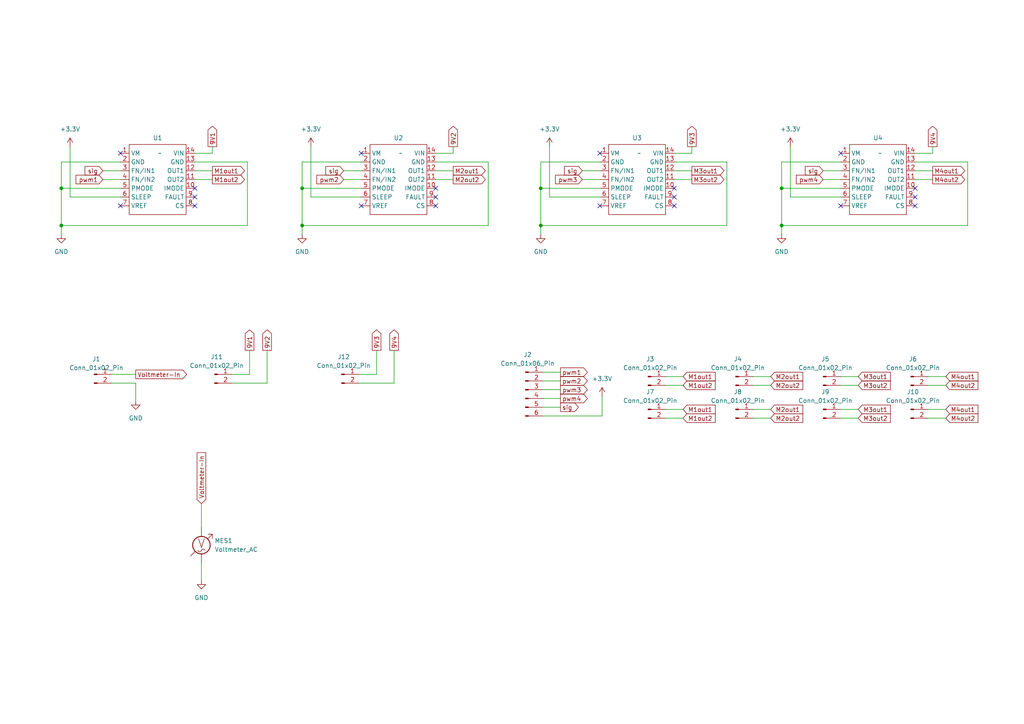
<source format=kicad_sch>
(kicad_sch (version 20230121) (generator eeschema)

  (uuid 25e0534d-ba76-43e4-bb11-7f403105c2c2)

  (paper "A4")

  (lib_symbols
    (symbol "Connector:Conn_01x02_Pin" (pin_names (offset 1.016) hide) (in_bom yes) (on_board yes)
      (property "Reference" "J" (at 0 2.54 0)
        (effects (font (size 1.27 1.27)))
      )
      (property "Value" "Conn_01x02_Pin" (at 0 -5.08 0)
        (effects (font (size 1.27 1.27)))
      )
      (property "Footprint" "" (at 0 0 0)
        (effects (font (size 1.27 1.27)) hide)
      )
      (property "Datasheet" "~" (at 0 0 0)
        (effects (font (size 1.27 1.27)) hide)
      )
      (property "ki_locked" "" (at 0 0 0)
        (effects (font (size 1.27 1.27)))
      )
      (property "ki_keywords" "connector" (at 0 0 0)
        (effects (font (size 1.27 1.27)) hide)
      )
      (property "ki_description" "Generic connector, single row, 01x02, script generated" (at 0 0 0)
        (effects (font (size 1.27 1.27)) hide)
      )
      (property "ki_fp_filters" "Connector*:*_1x??_*" (at 0 0 0)
        (effects (font (size 1.27 1.27)) hide)
      )
      (symbol "Conn_01x02_Pin_1_1"
        (polyline
          (pts
            (xy 1.27 -2.54)
            (xy 0.8636 -2.54)
          )
          (stroke (width 0.1524) (type default))
          (fill (type none))
        )
        (polyline
          (pts
            (xy 1.27 0)
            (xy 0.8636 0)
          )
          (stroke (width 0.1524) (type default))
          (fill (type none))
        )
        (rectangle (start 0.8636 -2.413) (end 0 -2.667)
          (stroke (width 0.1524) (type default))
          (fill (type outline))
        )
        (rectangle (start 0.8636 0.127) (end 0 -0.127)
          (stroke (width 0.1524) (type default))
          (fill (type outline))
        )
        (pin passive line (at 5.08 0 180) (length 3.81)
          (name "Pin_1" (effects (font (size 1.27 1.27))))
          (number "1" (effects (font (size 1.27 1.27))))
        )
        (pin passive line (at 5.08 -2.54 180) (length 3.81)
          (name "Pin_2" (effects (font (size 1.27 1.27))))
          (number "2" (effects (font (size 1.27 1.27))))
        )
      )
    )
    (symbol "Connector:Conn_01x06_Pin" (pin_names (offset 1.016) hide) (in_bom yes) (on_board yes)
      (property "Reference" "J" (at 0 7.62 0)
        (effects (font (size 1.27 1.27)))
      )
      (property "Value" "Conn_01x06_Pin" (at 0 -10.16 0)
        (effects (font (size 1.27 1.27)))
      )
      (property "Footprint" "" (at 0 0 0)
        (effects (font (size 1.27 1.27)) hide)
      )
      (property "Datasheet" "~" (at 0 0 0)
        (effects (font (size 1.27 1.27)) hide)
      )
      (property "ki_locked" "" (at 0 0 0)
        (effects (font (size 1.27 1.27)))
      )
      (property "ki_keywords" "connector" (at 0 0 0)
        (effects (font (size 1.27 1.27)) hide)
      )
      (property "ki_description" "Generic connector, single row, 01x06, script generated" (at 0 0 0)
        (effects (font (size 1.27 1.27)) hide)
      )
      (property "ki_fp_filters" "Connector*:*_1x??_*" (at 0 0 0)
        (effects (font (size 1.27 1.27)) hide)
      )
      (symbol "Conn_01x06_Pin_1_1"
        (polyline
          (pts
            (xy 1.27 -7.62)
            (xy 0.8636 -7.62)
          )
          (stroke (width 0.1524) (type default))
          (fill (type none))
        )
        (polyline
          (pts
            (xy 1.27 -5.08)
            (xy 0.8636 -5.08)
          )
          (stroke (width 0.1524) (type default))
          (fill (type none))
        )
        (polyline
          (pts
            (xy 1.27 -2.54)
            (xy 0.8636 -2.54)
          )
          (stroke (width 0.1524) (type default))
          (fill (type none))
        )
        (polyline
          (pts
            (xy 1.27 0)
            (xy 0.8636 0)
          )
          (stroke (width 0.1524) (type default))
          (fill (type none))
        )
        (polyline
          (pts
            (xy 1.27 2.54)
            (xy 0.8636 2.54)
          )
          (stroke (width 0.1524) (type default))
          (fill (type none))
        )
        (polyline
          (pts
            (xy 1.27 5.08)
            (xy 0.8636 5.08)
          )
          (stroke (width 0.1524) (type default))
          (fill (type none))
        )
        (rectangle (start 0.8636 -7.493) (end 0 -7.747)
          (stroke (width 0.1524) (type default))
          (fill (type outline))
        )
        (rectangle (start 0.8636 -4.953) (end 0 -5.207)
          (stroke (width 0.1524) (type default))
          (fill (type outline))
        )
        (rectangle (start 0.8636 -2.413) (end 0 -2.667)
          (stroke (width 0.1524) (type default))
          (fill (type outline))
        )
        (rectangle (start 0.8636 0.127) (end 0 -0.127)
          (stroke (width 0.1524) (type default))
          (fill (type outline))
        )
        (rectangle (start 0.8636 2.667) (end 0 2.413)
          (stroke (width 0.1524) (type default))
          (fill (type outline))
        )
        (rectangle (start 0.8636 5.207) (end 0 4.953)
          (stroke (width 0.1524) (type default))
          (fill (type outline))
        )
        (pin passive line (at 5.08 5.08 180) (length 3.81)
          (name "Pin_1" (effects (font (size 1.27 1.27))))
          (number "1" (effects (font (size 1.27 1.27))))
        )
        (pin passive line (at 5.08 2.54 180) (length 3.81)
          (name "Pin_2" (effects (font (size 1.27 1.27))))
          (number "2" (effects (font (size 1.27 1.27))))
        )
        (pin passive line (at 5.08 0 180) (length 3.81)
          (name "Pin_3" (effects (font (size 1.27 1.27))))
          (number "3" (effects (font (size 1.27 1.27))))
        )
        (pin passive line (at 5.08 -2.54 180) (length 3.81)
          (name "Pin_4" (effects (font (size 1.27 1.27))))
          (number "4" (effects (font (size 1.27 1.27))))
        )
        (pin passive line (at 5.08 -5.08 180) (length 3.81)
          (name "Pin_5" (effects (font (size 1.27 1.27))))
          (number "5" (effects (font (size 1.27 1.27))))
        )
        (pin passive line (at 5.08 -7.62 180) (length 3.81)
          (name "Pin_6" (effects (font (size 1.27 1.27))))
          (number "6" (effects (font (size 1.27 1.27))))
        )
      )
    )
    (symbol "Device:Voltmeter_AC" (pin_numbers hide) (pin_names (offset 0.0254) hide) (in_bom yes) (on_board yes)
      (property "Reference" "MES" (at -3.302 1.016 0)
        (effects (font (size 1.27 1.27)) (justify right))
      )
      (property "Value" "Voltmeter_AC" (at -3.302 -0.762 0)
        (effects (font (size 1.27 1.27)) (justify right))
      )
      (property "Footprint" "" (at 0 2.54 90)
        (effects (font (size 1.27 1.27)) hide)
      )
      (property "Datasheet" "~" (at 0 2.54 90)
        (effects (font (size 1.27 1.27)) hide)
      )
      (property "ki_keywords" "voltmeter AC" (at 0 0 0)
        (effects (font (size 1.27 1.27)) hide)
      )
      (property "ki_description" "AC voltmeter" (at 0 0 0)
        (effects (font (size 1.27 1.27)) hide)
      )
      (symbol "Voltmeter_AC_0_0"
        (polyline
          (pts
            (xy -3.175 -3.175)
            (xy -1.905 -1.905)
          )
          (stroke (width 0) (type default))
          (fill (type none))
        )
        (polyline
          (pts
            (xy 1.905 1.905)
            (xy 3.175 3.175)
          )
          (stroke (width 0) (type default))
          (fill (type none))
        )
        (polyline
          (pts
            (xy 1.905 3.175)
            (xy 3.175 3.175)
            (xy 3.175 1.905)
          )
          (stroke (width 0) (type default))
          (fill (type none))
        )
        (text "V" (at 0 0.508 0)
          (effects (font (size 2.54 2.54)))
        )
      )
      (symbol "Voltmeter_AC_0_1"
        (arc (start -1.016 -1.524) (mid -0.508 -1.902) (end 0 -1.524)
          (stroke (width 0) (type default))
          (fill (type none))
        )
        (circle (center 0 0) (radius 2.54)
          (stroke (width 0.254) (type default))
          (fill (type none))
        )
        (arc (start 1.016 -1.524) (mid 0.508 -1.1274) (end 0 -1.524)
          (stroke (width 0) (type default))
          (fill (type none))
        )
      )
      (symbol "Voltmeter_AC_1_1"
        (pin passive line (at 0 -5.08 90) (length 2.54)
          (name "~" (effects (font (size 1.27 1.27))))
          (number "1" (effects (font (size 1.27 1.27))))
        )
        (pin passive line (at 0 5.08 270) (length 2.54)
          (name "~" (effects (font (size 1.27 1.27))))
          (number "2" (effects (font (size 1.27 1.27))))
        )
      )
    )
    (symbol "power:+3.3V" (power) (pin_names (offset 0)) (in_bom yes) (on_board yes)
      (property "Reference" "#PWR" (at 0 -3.81 0)
        (effects (font (size 1.27 1.27)) hide)
      )
      (property "Value" "+3.3V" (at 0 3.556 0)
        (effects (font (size 1.27 1.27)))
      )
      (property "Footprint" "" (at 0 0 0)
        (effects (font (size 1.27 1.27)) hide)
      )
      (property "Datasheet" "" (at 0 0 0)
        (effects (font (size 1.27 1.27)) hide)
      )
      (property "ki_keywords" "global power" (at 0 0 0)
        (effects (font (size 1.27 1.27)) hide)
      )
      (property "ki_description" "Power symbol creates a global label with name \"+3.3V\"" (at 0 0 0)
        (effects (font (size 1.27 1.27)) hide)
      )
      (symbol "+3.3V_0_1"
        (polyline
          (pts
            (xy -0.762 1.27)
            (xy 0 2.54)
          )
          (stroke (width 0) (type default))
          (fill (type none))
        )
        (polyline
          (pts
            (xy 0 0)
            (xy 0 2.54)
          )
          (stroke (width 0) (type default))
          (fill (type none))
        )
        (polyline
          (pts
            (xy 0 2.54)
            (xy 0.762 1.27)
          )
          (stroke (width 0) (type default))
          (fill (type none))
        )
      )
      (symbol "+3.3V_1_1"
        (pin power_in line (at 0 0 90) (length 0) hide
          (name "+3.3V" (effects (font (size 1.27 1.27))))
          (number "1" (effects (font (size 1.27 1.27))))
        )
      )
    )
    (symbol "power:GND" (power) (pin_names (offset 0)) (in_bom yes) (on_board yes)
      (property "Reference" "#PWR" (at 0 -6.35 0)
        (effects (font (size 1.27 1.27)) hide)
      )
      (property "Value" "GND" (at 0 -3.81 0)
        (effects (font (size 1.27 1.27)))
      )
      (property "Footprint" "" (at 0 0 0)
        (effects (font (size 1.27 1.27)) hide)
      )
      (property "Datasheet" "" (at 0 0 0)
        (effects (font (size 1.27 1.27)) hide)
      )
      (property "ki_keywords" "global power" (at 0 0 0)
        (effects (font (size 1.27 1.27)) hide)
      )
      (property "ki_description" "Power symbol creates a global label with name \"GND\" , ground" (at 0 0 0)
        (effects (font (size 1.27 1.27)) hide)
      )
      (symbol "GND_0_1"
        (polyline
          (pts
            (xy 0 0)
            (xy 0 -1.27)
            (xy 1.27 -1.27)
            (xy 0 -2.54)
            (xy -1.27 -1.27)
            (xy 0 -1.27)
          )
          (stroke (width 0) (type default))
          (fill (type none))
        )
      )
      (symbol "GND_1_1"
        (pin power_in line (at 0 0 270) (length 0) hide
          (name "GND" (effects (font (size 1.27 1.27))))
          (number "1" (effects (font (size 1.27 1.27))))
        )
      )
    )
    (symbol "sunpare2023:drv8874" (in_bom yes) (on_board yes)
      (property "Reference" "U" (at 0 12.7 0)
        (effects (font (size 1.27 1.27)))
      )
      (property "Value" "" (at 0 7.62 0)
        (effects (font (size 1.27 1.27)))
      )
      (property "Footprint" "" (at 0 7.62 0)
        (effects (font (size 1.27 1.27)) hide)
      )
      (property "Datasheet" "" (at 0 7.62 0)
        (effects (font (size 1.27 1.27)) hide)
      )
      (symbol "drv8874_0_1"
        (rectangle (start -8.89 10.16) (end 7.62 -10.16)
          (stroke (width 0) (type default))
          (fill (type none))
        )
      )
      (symbol "drv8874_1_1"
        (pin passive line (at -11.43 7.62 0) (length 2.54)
          (name "VM" (effects (font (size 1.27 1.27))))
          (number "1" (effects (font (size 1.27 1.27))))
        )
        (pin passive line (at 10.16 -2.54 180) (length 2.54)
          (name "IMODE" (effects (font (size 1.27 1.27))))
          (number "10" (effects (font (size 1.27 1.27))))
        )
        (pin passive line (at 10.16 0 180) (length 2.54)
          (name "OUT2" (effects (font (size 1.27 1.27))))
          (number "11" (effects (font (size 1.27 1.27))))
        )
        (pin passive line (at 10.16 2.54 180) (length 2.54)
          (name "OUT1" (effects (font (size 1.27 1.27))))
          (number "12" (effects (font (size 1.27 1.27))))
        )
        (pin passive line (at 10.16 5.08 180) (length 2.54)
          (name "GND" (effects (font (size 1.27 1.27))))
          (number "13" (effects (font (size 1.27 1.27))))
        )
        (pin passive line (at 10.16 7.62 180) (length 2.54)
          (name "VIN" (effects (font (size 1.27 1.27))))
          (number "14" (effects (font (size 1.27 1.27))))
        )
        (pin passive line (at -11.43 5.08 0) (length 2.54)
          (name "GND" (effects (font (size 1.27 1.27))))
          (number "2" (effects (font (size 1.27 1.27))))
        )
        (pin passive line (at -11.43 2.54 0) (length 2.54)
          (name "FN/IN1" (effects (font (size 1.27 1.27))))
          (number "3" (effects (font (size 1.27 1.27))))
        )
        (pin passive line (at -11.43 0 0) (length 2.54)
          (name "FN/IN2" (effects (font (size 1.27 1.27))))
          (number "4" (effects (font (size 1.27 1.27))))
        )
        (pin passive line (at -11.43 -2.54 0) (length 2.54)
          (name "PMODE" (effects (font (size 1.27 1.27))))
          (number "5" (effects (font (size 1.27 1.27))))
        )
        (pin passive line (at -11.43 -5.08 0) (length 2.54)
          (name "SLEEP" (effects (font (size 1.27 1.27))))
          (number "6" (effects (font (size 1.27 1.27))))
        )
        (pin passive line (at -11.43 -7.62 0) (length 2.54)
          (name "VREF" (effects (font (size 1.27 1.27))))
          (number "7" (effects (font (size 1.27 1.27))))
        )
        (pin passive line (at 10.16 -7.62 180) (length 2.54)
          (name "CS" (effects (font (size 1.27 1.27))))
          (number "8" (effects (font (size 1.27 1.27))))
        )
        (pin passive line (at 10.16 -5.08 180) (length 2.54)
          (name "FAULT" (effects (font (size 1.27 1.27))))
          (number "9" (effects (font (size 1.27 1.27))))
        )
      )
    )
  )

  (junction (at 17.78 54.61) (diameter 0) (color 0 0 0 0)
    (uuid 1bf1f4de-8b9c-440f-90a2-2403b6f288b7)
  )
  (junction (at 87.63 65.405) (diameter 0) (color 0 0 0 0)
    (uuid 2ee8f792-bea8-44c2-8cfe-da1a12da8dd8)
  )
  (junction (at 17.78 65.405) (diameter 0) (color 0 0 0 0)
    (uuid 4b64414c-0ff0-4cec-b830-3cddd01061a4)
  )
  (junction (at 226.695 54.61) (diameter 0) (color 0 0 0 0)
    (uuid 5c370377-de28-4f70-9532-77534e0edb59)
  )
  (junction (at 87.63 54.61) (diameter 0) (color 0 0 0 0)
    (uuid 77a720f9-bd99-470a-b382-3fc4193a028d)
  )
  (junction (at 156.845 65.405) (diameter 0) (color 0 0 0 0)
    (uuid e53ad14a-3e29-4312-be2c-df4bf0df322f)
  )
  (junction (at 226.695 65.405) (diameter 0) (color 0 0 0 0)
    (uuid e800172c-5254-4b26-8e98-9704ec209bf2)
  )
  (junction (at 156.845 54.61) (diameter 0) (color 0 0 0 0)
    (uuid f4cb2bf9-07f1-4ac7-98c8-9d84ff3bc767)
  )

  (no_connect (at 126.365 54.61) (uuid 0a1f7684-6653-4f6d-b023-cbbd5fa87b51))
  (no_connect (at 56.515 54.61) (uuid 0cb00465-e35a-4335-9c6c-7b3f9015428d))
  (no_connect (at 56.515 59.69) (uuid 22d76f47-17bb-45a4-a495-183c63a37e75))
  (no_connect (at 265.43 57.15) (uuid 2422c86c-2e01-4fdb-aabf-0ba3f7bcc944))
  (no_connect (at 243.84 44.45) (uuid 2de129c6-4f8e-4675-9e7f-c59bf5b7680f))
  (no_connect (at 195.58 57.15) (uuid 48275501-68c0-4da6-ae7a-6784f560bd2d))
  (no_connect (at 265.43 59.69) (uuid 5374c42f-a5d9-4599-a660-72b52f2a8a28))
  (no_connect (at 56.515 57.15) (uuid 7445afe0-82c6-42fa-9568-7885ff539853))
  (no_connect (at 34.925 44.45) (uuid 8206ad30-c166-436b-b798-7a79f504a6db))
  (no_connect (at 173.99 59.69) (uuid 87712253-f3b2-42ba-9c18-5cbd2678c0c4))
  (no_connect (at 173.99 44.45) (uuid 8ad4233b-b455-447e-891d-b30375961abe))
  (no_connect (at 126.365 57.15) (uuid 922e7920-f2b8-4039-bcee-1e3f1f0824d6))
  (no_connect (at 243.84 59.69) (uuid 9b71e608-c388-49b3-a9f7-60f97f168ef1))
  (no_connect (at 104.775 59.69) (uuid a46f0549-77ae-4345-9427-e3f25dd13048))
  (no_connect (at 126.365 59.69) (uuid afc978ec-03e4-41a9-b731-daec036cbc16))
  (no_connect (at 34.925 59.69) (uuid bc8cdf0a-fc6a-42e1-bf4e-5a788ea8cdf4))
  (no_connect (at 195.58 54.61) (uuid c10eaaaf-95ac-480a-99a7-c0da7050b1a6))
  (no_connect (at 265.43 54.61) (uuid c939b308-c204-4daa-9d2b-4da9612c8ff5))
  (no_connect (at 104.775 44.45) (uuid d9f1f85a-9c26-461d-9b60-669b4b739465))
  (no_connect (at 195.58 59.69) (uuid e9c7ada0-1605-4ff2-b0ac-4a2c30d02a14))

  (wire (pts (xy 157.48 120.65) (xy 174.625 120.65))
    (stroke (width 0) (type default))
    (uuid 03b1ba38-3f38-4df3-82b6-0e31b0c64335)
  )
  (wire (pts (xy 87.63 65.405) (xy 87.63 67.945))
    (stroke (width 0) (type default))
    (uuid 05501d30-d5f1-43db-b7f8-a704ce3f1ef4)
  )
  (wire (pts (xy 270.51 49.53) (xy 265.43 49.53))
    (stroke (width 0) (type default))
    (uuid 09842c61-3f28-4b15-b3dc-f3f8c3c935ab)
  )
  (wire (pts (xy 198.12 121.285) (xy 193.04 121.285))
    (stroke (width 0) (type default))
    (uuid 0d44a0ee-27ff-4e23-bc10-721d9449e128)
  )
  (wire (pts (xy 248.92 109.22) (xy 243.84 109.22))
    (stroke (width 0) (type default))
    (uuid 0d85d776-5dcf-4ffc-8a39-4a56ff2f67f3)
  )
  (wire (pts (xy 20.32 42.545) (xy 20.32 57.15))
    (stroke (width 0) (type default))
    (uuid 0e216629-2a70-4701-b22e-b8a702386cf0)
  )
  (wire (pts (xy 104.14 108.585) (xy 109.22 108.585))
    (stroke (width 0) (type default))
    (uuid 1414df9f-34f5-485d-9348-34e184be1647)
  )
  (wire (pts (xy 67.31 108.585) (xy 72.39 108.585))
    (stroke (width 0) (type default))
    (uuid 14fdc2f8-c102-470e-b00d-e10a4150c0b6)
  )
  (wire (pts (xy 72.39 101.6) (xy 72.39 108.585))
    (stroke (width 0) (type default))
    (uuid 16adf200-2717-4aa0-b078-f91b89b1d9c3)
  )
  (wire (pts (xy 226.695 65.405) (xy 280.67 65.405))
    (stroke (width 0) (type default))
    (uuid 17b23324-4883-4205-acf3-5060006e4527)
  )
  (wire (pts (xy 223.52 111.76) (xy 218.44 111.76))
    (stroke (width 0) (type default))
    (uuid 1862c4e1-ecfc-41c9-ac09-e4f73d2dfe8a)
  )
  (wire (pts (xy 131.445 49.53) (xy 126.365 49.53))
    (stroke (width 0) (type default))
    (uuid 1d3c0ca3-00e0-46ee-8e9d-431930cbef2f)
  )
  (wire (pts (xy 61.595 42.545) (xy 61.595 44.45))
    (stroke (width 0) (type default))
    (uuid 1f1c209b-eb45-4616-9452-2666ee24fe36)
  )
  (wire (pts (xy 223.52 121.285) (xy 218.44 121.285))
    (stroke (width 0) (type default))
    (uuid 24ed9fc4-5342-41dd-a067-051b969209f9)
  )
  (wire (pts (xy 126.365 46.99) (xy 141.605 46.99))
    (stroke (width 0) (type default))
    (uuid 29c38fc4-4162-451f-9e6b-abba6311e93e)
  )
  (wire (pts (xy 58.42 163.195) (xy 58.42 168.275))
    (stroke (width 0) (type default))
    (uuid 2c249a5f-9788-4c49-9960-a23976e98980)
  )
  (wire (pts (xy 243.84 52.07) (xy 238.76 52.07))
    (stroke (width 0) (type default))
    (uuid 2c6c9637-df65-43f5-aa08-90d94b688b2a)
  )
  (wire (pts (xy 87.63 46.99) (xy 87.63 54.61))
    (stroke (width 0) (type default))
    (uuid 336842b9-1863-49ab-b2ae-59b298431907)
  )
  (wire (pts (xy 200.66 44.45) (xy 195.58 44.45))
    (stroke (width 0) (type default))
    (uuid 33d9c2e4-8329-4ff5-8ca6-dc6111ba1bc0)
  )
  (wire (pts (xy 200.66 42.545) (xy 200.66 44.45))
    (stroke (width 0) (type default))
    (uuid 3908b4d7-19e4-4ae2-83fe-d18b05347323)
  )
  (wire (pts (xy 114.3 101.6) (xy 114.3 111.125))
    (stroke (width 0) (type default))
    (uuid 3d16c205-e4ca-40d7-8548-90b7988cfdf1)
  )
  (wire (pts (xy 109.22 101.6) (xy 109.22 108.585))
    (stroke (width 0) (type default))
    (uuid 3f2a2a2a-022d-4dd7-baeb-a69e393c1d54)
  )
  (wire (pts (xy 226.695 46.99) (xy 243.84 46.99))
    (stroke (width 0) (type default))
    (uuid 40ab3f84-55ce-45b3-8271-d31948b55b16)
  )
  (wire (pts (xy 280.67 46.99) (xy 280.67 65.405))
    (stroke (width 0) (type default))
    (uuid 4704d9d5-1421-4310-bca0-94b292ad0ac4)
  )
  (wire (pts (xy 32.385 111.125) (xy 39.37 111.125))
    (stroke (width 0) (type default))
    (uuid 4aa054a2-d818-4824-ae41-38070f49651a)
  )
  (wire (pts (xy 274.32 118.745) (xy 269.24 118.745))
    (stroke (width 0) (type default))
    (uuid 4b946ca3-735d-4a00-b1ac-eb5008f3313e)
  )
  (wire (pts (xy 226.695 46.99) (xy 226.695 54.61))
    (stroke (width 0) (type default))
    (uuid 4ef5fbd2-e697-4af9-9f8c-3e2773cd8184)
  )
  (wire (pts (xy 61.595 52.07) (xy 56.515 52.07))
    (stroke (width 0) (type default))
    (uuid 505b9c71-4461-4a96-ae95-005c06e629df)
  )
  (wire (pts (xy 17.78 54.61) (xy 17.78 65.405))
    (stroke (width 0) (type default))
    (uuid 59434dcf-d643-4a7f-b46a-1b0835f9be91)
  )
  (wire (pts (xy 198.12 111.76) (xy 193.04 111.76))
    (stroke (width 0) (type default))
    (uuid 5dcf0546-19fb-45f1-8c1b-a95bfde0490e)
  )
  (wire (pts (xy 243.84 49.53) (xy 238.76 49.53))
    (stroke (width 0) (type default))
    (uuid 6315bdd9-2c16-4ec7-8214-8ece3f723684)
  )
  (wire (pts (xy 90.17 57.15) (xy 104.775 57.15))
    (stroke (width 0) (type default))
    (uuid 63ecf220-b14d-4921-b2d2-b24f01d0bcb8)
  )
  (wire (pts (xy 200.66 52.07) (xy 195.58 52.07))
    (stroke (width 0) (type default))
    (uuid 65f3f436-f52a-4d4e-a73b-67700446da15)
  )
  (wire (pts (xy 17.78 54.61) (xy 34.925 54.61))
    (stroke (width 0) (type default))
    (uuid 6a73974c-0158-462b-9c9b-2d930a303e3b)
  )
  (wire (pts (xy 77.47 101.6) (xy 77.47 111.125))
    (stroke (width 0) (type default))
    (uuid 6bbbce57-fb67-47fa-a5e7-cf1055e27473)
  )
  (wire (pts (xy 157.48 110.49) (xy 162.56 110.49))
    (stroke (width 0) (type default))
    (uuid 706b1909-ad30-4d6d-bf14-ebed309d0d6d)
  )
  (wire (pts (xy 223.52 118.745) (xy 218.44 118.745))
    (stroke (width 0) (type default))
    (uuid 70fe5d5e-5365-4a56-aae4-3215e7af2de5)
  )
  (wire (pts (xy 20.32 57.15) (xy 34.925 57.15))
    (stroke (width 0) (type default))
    (uuid 7115f17d-71a2-4a24-9f46-51ac425e74ec)
  )
  (wire (pts (xy 274.32 121.285) (xy 269.24 121.285))
    (stroke (width 0) (type default))
    (uuid 73a9e347-4592-49bc-a996-2fd9fd9e480b)
  )
  (wire (pts (xy 173.99 52.07) (xy 168.91 52.07))
    (stroke (width 0) (type default))
    (uuid 7481936b-8000-42fd-a493-24019bc6fc19)
  )
  (wire (pts (xy 39.37 108.585) (xy 32.385 108.585))
    (stroke (width 0) (type default))
    (uuid 74d065a3-c7c2-497b-aadc-7cada63fe2f6)
  )
  (wire (pts (xy 17.78 46.99) (xy 17.78 54.61))
    (stroke (width 0) (type default))
    (uuid 774d167d-852d-420a-90cf-3d3d987ab485)
  )
  (wire (pts (xy 270.51 42.545) (xy 270.51 44.45))
    (stroke (width 0) (type default))
    (uuid 77d4c3c9-bf29-412e-ad2b-2404a70238cc)
  )
  (wire (pts (xy 141.605 46.99) (xy 141.605 65.405))
    (stroke (width 0) (type default))
    (uuid 78fb4db9-e861-4d89-8fd8-829f51a466a1)
  )
  (wire (pts (xy 34.925 49.53) (xy 29.845 49.53))
    (stroke (width 0) (type default))
    (uuid 79c54105-2596-4b92-8afb-041e792e29c5)
  )
  (wire (pts (xy 157.48 118.11) (xy 162.56 118.11))
    (stroke (width 0) (type default))
    (uuid 7afe649d-a1ea-4b19-928e-a79d08cbf397)
  )
  (wire (pts (xy 131.445 42.545) (xy 131.445 44.45))
    (stroke (width 0) (type default))
    (uuid 7c55f67e-e28a-4f06-9461-ff4daadcc7ee)
  )
  (wire (pts (xy 248.92 118.745) (xy 243.84 118.745))
    (stroke (width 0) (type default))
    (uuid 7cff524e-baf2-438e-bfbc-b3eca69cae28)
  )
  (wire (pts (xy 156.845 54.61) (xy 156.845 65.405))
    (stroke (width 0) (type default))
    (uuid 7fbb5067-93b3-49d4-974c-6df67ed2f6a8)
  )
  (wire (pts (xy 34.925 52.07) (xy 29.845 52.07))
    (stroke (width 0) (type default))
    (uuid 85c7872e-0825-41b7-b6ee-ca898a44574e)
  )
  (wire (pts (xy 156.845 46.99) (xy 173.99 46.99))
    (stroke (width 0) (type default))
    (uuid 8756480c-facd-4922-8a3b-102e3adf9e1f)
  )
  (wire (pts (xy 210.82 46.99) (xy 210.82 65.405))
    (stroke (width 0) (type default))
    (uuid 88984cb7-a1d5-451c-a331-a11a91f7256c)
  )
  (wire (pts (xy 157.48 113.03) (xy 162.56 113.03))
    (stroke (width 0) (type default))
    (uuid 8d45a9c6-4643-4756-8318-767df2cc691f)
  )
  (wire (pts (xy 131.445 44.45) (xy 126.365 44.45))
    (stroke (width 0) (type default))
    (uuid 8eea06dd-22fa-4aab-a64c-e1cee4863ef7)
  )
  (wire (pts (xy 87.63 54.61) (xy 104.775 54.61))
    (stroke (width 0) (type default))
    (uuid 8fc38e76-4af5-4230-aa47-e0f1597bc970)
  )
  (wire (pts (xy 174.625 114.935) (xy 174.625 120.65))
    (stroke (width 0) (type default))
    (uuid 9bc44288-ad92-44f4-bca1-adbc075e11c1)
  )
  (wire (pts (xy 270.51 52.07) (xy 265.43 52.07))
    (stroke (width 0) (type default))
    (uuid 9f375c51-ec11-43b3-8837-fccfe9dc421b)
  )
  (wire (pts (xy 104.775 52.07) (xy 99.695 52.07))
    (stroke (width 0) (type default))
    (uuid a2502f22-6cbe-4e32-bc2c-b9f5e5bfbf68)
  )
  (wire (pts (xy 56.515 46.99) (xy 71.755 46.99))
    (stroke (width 0) (type default))
    (uuid a2aa5d2e-0992-49c8-8705-dec50510d7c6)
  )
  (wire (pts (xy 71.755 46.99) (xy 71.755 65.405))
    (stroke (width 0) (type default))
    (uuid a669c160-a138-43e7-8a9e-2007375967ff)
  )
  (wire (pts (xy 173.99 49.53) (xy 168.91 49.53))
    (stroke (width 0) (type default))
    (uuid a96250de-b706-4bc3-8ea9-90f5be305033)
  )
  (wire (pts (xy 248.92 111.76) (xy 243.84 111.76))
    (stroke (width 0) (type default))
    (uuid aee715e0-43c1-4c1e-ac01-c35549d79fab)
  )
  (wire (pts (xy 61.595 49.53) (xy 56.515 49.53))
    (stroke (width 0) (type default))
    (uuid b11d880b-46c7-4e72-bd71-79738d32061b)
  )
  (wire (pts (xy 87.63 46.99) (xy 104.775 46.99))
    (stroke (width 0) (type default))
    (uuid b5d4c3b4-6953-44ef-83f5-a0f95db481e5)
  )
  (wire (pts (xy 156.845 54.61) (xy 173.99 54.61))
    (stroke (width 0) (type default))
    (uuid b62f932a-da29-4233-b2a8-2298c1807774)
  )
  (wire (pts (xy 157.48 115.57) (xy 162.56 115.57))
    (stroke (width 0) (type default))
    (uuid b729c58a-e98e-4323-b87b-6690edacf944)
  )
  (wire (pts (xy 270.51 44.45) (xy 265.43 44.45))
    (stroke (width 0) (type default))
    (uuid b7cacc4f-b2da-4605-8960-ab33d3f27f01)
  )
  (wire (pts (xy 67.31 111.125) (xy 77.47 111.125))
    (stroke (width 0) (type default))
    (uuid b938bab2-0b7e-41e0-96e1-a28e9d468889)
  )
  (wire (pts (xy 198.12 109.22) (xy 193.04 109.22))
    (stroke (width 0) (type default))
    (uuid ba28578b-7314-4b14-b2f0-304108d1d9f0)
  )
  (wire (pts (xy 229.235 42.545) (xy 229.235 57.15))
    (stroke (width 0) (type default))
    (uuid bbba6844-ea9c-42ef-b996-11b61288b4da)
  )
  (wire (pts (xy 265.43 46.99) (xy 280.67 46.99))
    (stroke (width 0) (type default))
    (uuid bf4b643c-1260-4b76-b607-d2c8db312d5f)
  )
  (wire (pts (xy 156.845 46.99) (xy 156.845 54.61))
    (stroke (width 0) (type default))
    (uuid c21f5413-baf9-4d7e-87e8-6868a82c01cb)
  )
  (wire (pts (xy 58.42 146.05) (xy 58.42 153.035))
    (stroke (width 0) (type default))
    (uuid c50a9719-a1a7-4d19-99fd-b9988fa29dd1)
  )
  (wire (pts (xy 39.37 111.125) (xy 39.37 116.205))
    (stroke (width 0) (type default))
    (uuid c61f5730-8fc1-412a-9e9f-9da776459892)
  )
  (wire (pts (xy 17.78 46.99) (xy 34.925 46.99))
    (stroke (width 0) (type default))
    (uuid c69cbc2e-ee45-4d2c-9a9f-845c03d02a9d)
  )
  (wire (pts (xy 17.78 65.405) (xy 17.78 67.945))
    (stroke (width 0) (type default))
    (uuid cc4d44ac-7fd4-440a-a599-3375a5f0db04)
  )
  (wire (pts (xy 104.775 49.53) (xy 99.695 49.53))
    (stroke (width 0) (type default))
    (uuid cf87c6b8-1154-4b76-ab5e-8ebf2b19e6cd)
  )
  (wire (pts (xy 223.52 109.22) (xy 218.44 109.22))
    (stroke (width 0) (type default))
    (uuid d0e67699-ce08-4ea2-8f74-9badb00e6df1)
  )
  (wire (pts (xy 198.12 118.745) (xy 193.04 118.745))
    (stroke (width 0) (type default))
    (uuid d0f34548-d790-420d-86f0-5cfa8a40962a)
  )
  (wire (pts (xy 17.78 65.405) (xy 71.755 65.405))
    (stroke (width 0) (type default))
    (uuid d2454809-74be-440d-9474-bb0f098dbbfe)
  )
  (wire (pts (xy 274.32 111.76) (xy 269.24 111.76))
    (stroke (width 0) (type default))
    (uuid d2875a57-21e8-4864-a66e-432a5487e503)
  )
  (wire (pts (xy 131.445 52.07) (xy 126.365 52.07))
    (stroke (width 0) (type default))
    (uuid d6c8e604-5dc5-4c16-a687-fe4fc3f123de)
  )
  (wire (pts (xy 87.63 65.405) (xy 141.605 65.405))
    (stroke (width 0) (type default))
    (uuid d8c1d2e5-371d-46f7-9795-37cd447c436d)
  )
  (wire (pts (xy 226.695 54.61) (xy 226.695 65.405))
    (stroke (width 0) (type default))
    (uuid e25c009c-65fe-49ee-8896-54740817eb89)
  )
  (wire (pts (xy 226.695 65.405) (xy 226.695 67.945))
    (stroke (width 0) (type default))
    (uuid e2834d59-f088-4cde-8591-6fb0d62197a4)
  )
  (wire (pts (xy 274.32 109.22) (xy 269.24 109.22))
    (stroke (width 0) (type default))
    (uuid e4d8b02a-0c9d-46a2-b834-60e8868b0db0)
  )
  (wire (pts (xy 156.845 65.405) (xy 210.82 65.405))
    (stroke (width 0) (type default))
    (uuid e8f17bb4-6b77-4da6-8201-6d7d4748c714)
  )
  (wire (pts (xy 229.235 57.15) (xy 243.84 57.15))
    (stroke (width 0) (type default))
    (uuid ec72389b-b006-4208-a204-1910ef62b440)
  )
  (wire (pts (xy 87.63 54.61) (xy 87.63 65.405))
    (stroke (width 0) (type default))
    (uuid ef9bef79-5b1e-4f39-af9b-749760e4c325)
  )
  (wire (pts (xy 248.92 121.285) (xy 243.84 121.285))
    (stroke (width 0) (type default))
    (uuid f06a87ba-e721-4822-ac62-409ce2986780)
  )
  (wire (pts (xy 159.385 57.15) (xy 173.99 57.15))
    (stroke (width 0) (type default))
    (uuid f251af47-1476-4b61-b3b8-f0eb70986951)
  )
  (wire (pts (xy 61.595 44.45) (xy 56.515 44.45))
    (stroke (width 0) (type default))
    (uuid f3df7592-f9be-498a-9d0b-9088a612dd94)
  )
  (wire (pts (xy 104.14 111.125) (xy 114.3 111.125))
    (stroke (width 0) (type default))
    (uuid f4bbcae0-dbaa-4108-b561-b924b927c92f)
  )
  (wire (pts (xy 200.66 49.53) (xy 195.58 49.53))
    (stroke (width 0) (type default))
    (uuid f6002ae1-7ff0-44c9-95d7-ede90a95ffeb)
  )
  (wire (pts (xy 157.48 107.95) (xy 162.56 107.95))
    (stroke (width 0) (type default))
    (uuid f6dd1182-36dd-4dfe-8df7-d27195442ec4)
  )
  (wire (pts (xy 226.695 54.61) (xy 243.84 54.61))
    (stroke (width 0) (type default))
    (uuid f7147d96-a071-4869-a4fe-c539113fdf1c)
  )
  (wire (pts (xy 195.58 46.99) (xy 210.82 46.99))
    (stroke (width 0) (type default))
    (uuid f722f2bd-20fb-415b-825b-f085b0749186)
  )
  (wire (pts (xy 156.845 65.405) (xy 156.845 67.945))
    (stroke (width 0) (type default))
    (uuid f7267ed2-5484-421e-a23e-e98cb3682297)
  )
  (wire (pts (xy 159.385 42.545) (xy 159.385 57.15))
    (stroke (width 0) (type default))
    (uuid f7fa0c1d-d4b4-4770-8759-0442c0b5ff78)
  )
  (wire (pts (xy 90.17 42.545) (xy 90.17 57.15))
    (stroke (width 0) (type default))
    (uuid fd3dd0c2-943e-4894-83cf-2b16af35fbcd)
  )

  (global_label "M2out1" (shape input) (at 223.52 118.745 0) (fields_autoplaced)
    (effects (font (size 1.27 1.27)) (justify left))
    (uuid 064263ac-1f8f-4fea-afb3-ee599db2ea35)
    (property "Intersheetrefs" "${INTERSHEET_REFS}" (at 232.2123 118.745 0)
      (effects (font (size 1.27 1.27)) (justify left) hide)
    )
  )
  (global_label "M1out1" (shape input) (at 198.12 118.745 0) (fields_autoplaced)
    (effects (font (size 1.27 1.27)) (justify left))
    (uuid 0a78a418-a80b-475b-85a3-59e5e043a743)
    (property "Intersheetrefs" "${INTERSHEET_REFS}" (at 206.8123 118.745 0)
      (effects (font (size 1.27 1.27)) (justify left) hide)
    )
  )
  (global_label "M3out2" (shape input) (at 248.92 111.76 0) (fields_autoplaced)
    (effects (font (size 1.27 1.27)) (justify left))
    (uuid 10b228ee-9e5b-456c-848b-86d31c22fd5d)
    (property "Intersheetrefs" "${INTERSHEET_REFS}" (at 257.6123 111.76 0)
      (effects (font (size 1.27 1.27)) (justify left) hide)
    )
  )
  (global_label "M1out1" (shape output) (at 61.595 49.53 0) (fields_autoplaced)
    (effects (font (size 1.27 1.27)) (justify left))
    (uuid 14a58fd5-3586-4fe3-9071-2608f0d77e70)
    (property "Intersheetrefs" "${INTERSHEET_REFS}" (at 70.2873 49.53 0)
      (effects (font (size 1.27 1.27)) (justify left) hide)
    )
  )
  (global_label "M3out1" (shape input) (at 248.92 109.22 0) (fields_autoplaced)
    (effects (font (size 1.27 1.27)) (justify left))
    (uuid 17abfcd7-221e-49cb-a26f-ad61b51e5a22)
    (property "Intersheetrefs" "${INTERSHEET_REFS}" (at 257.6123 109.22 0)
      (effects (font (size 1.27 1.27)) (justify left) hide)
    )
  )
  (global_label "pwm4" (shape output) (at 162.56 115.57 0) (fields_autoplaced)
    (effects (font (size 1.27 1.27)) (justify left))
    (uuid 229ec9a4-94db-4ec6-b5c4-bcf611d856bf)
    (property "Intersheetrefs" "${INTERSHEET_REFS}" (at 170.0637 115.57 0)
      (effects (font (size 1.27 1.27)) (justify left) hide)
    )
  )
  (global_label "M2out2" (shape input) (at 223.52 121.285 0) (fields_autoplaced)
    (effects (font (size 1.27 1.27)) (justify left))
    (uuid 22a1c29c-159f-4a4f-9368-0b7de46ccafe)
    (property "Intersheetrefs" "${INTERSHEET_REFS}" (at 232.2123 121.285 0)
      (effects (font (size 1.27 1.27)) (justify left) hide)
    )
  )
  (global_label "M4out2" (shape input) (at 274.32 121.285 0) (fields_autoplaced)
    (effects (font (size 1.27 1.27)) (justify left))
    (uuid 23f1307f-4d3c-496b-9bc8-0cdcf90da21f)
    (property "Intersheetrefs" "${INTERSHEET_REFS}" (at 283.0123 121.285 0)
      (effects (font (size 1.27 1.27)) (justify left) hide)
    )
  )
  (global_label "sig" (shape output) (at 162.56 118.11 0) (fields_autoplaced)
    (effects (font (size 1.27 1.27)) (justify left))
    (uuid 24480927-3b7e-47bf-a3cf-660f0342c9ea)
    (property "Intersheetrefs" "${INTERSHEET_REFS}" (at 167.5946 118.11 0)
      (effects (font (size 1.27 1.27)) (justify left) hide)
    )
  )
  (global_label "pwm1" (shape input) (at 29.845 52.07 180) (fields_autoplaced)
    (effects (font (size 1.27 1.27)) (justify right))
    (uuid 2cf47845-bb8c-40ce-bc51-6edf60fee3e8)
    (property "Intersheetrefs" "${INTERSHEET_REFS}" (at 22.3413 52.07 0)
      (effects (font (size 1.27 1.27)) (justify right) hide)
    )
  )
  (global_label "9V1" (shape output) (at 72.39 101.6 90) (fields_autoplaced)
    (effects (font (size 1.27 1.27)) (justify left))
    (uuid 43f7ef0b-949a-44d8-be20-300b1e94a3f5)
    (property "Intersheetrefs" "${INTERSHEET_REFS}" (at 72.39 95.6746 90)
      (effects (font (size 1.27 1.27)) (justify left) hide)
    )
  )
  (global_label "9V3" (shape output) (at 109.22 101.6 90) (fields_autoplaced)
    (effects (font (size 1.27 1.27)) (justify left))
    (uuid 448adf07-9426-4a43-8731-15857d9d182d)
    (property "Intersheetrefs" "${INTERSHEET_REFS}" (at 109.22 95.6746 90)
      (effects (font (size 1.27 1.27)) (justify left) hide)
    )
  )
  (global_label "M1out1" (shape input) (at 198.12 109.22 0) (fields_autoplaced)
    (effects (font (size 1.27 1.27)) (justify left))
    (uuid 452915e9-0466-4ef6-9ae7-93c0f028add2)
    (property "Intersheetrefs" "${INTERSHEET_REFS}" (at 206.8123 109.22 0)
      (effects (font (size 1.27 1.27)) (justify left) hide)
    )
  )
  (global_label "M1out2" (shape input) (at 198.12 111.76 0) (fields_autoplaced)
    (effects (font (size 1.27 1.27)) (justify left))
    (uuid 5ddb7c6c-ae2e-42f8-a886-76d7af637aec)
    (property "Intersheetrefs" "${INTERSHEET_REFS}" (at 206.8123 111.76 0)
      (effects (font (size 1.27 1.27)) (justify left) hide)
    )
  )
  (global_label "M4out1" (shape input) (at 274.32 118.745 0) (fields_autoplaced)
    (effects (font (size 1.27 1.27)) (justify left))
    (uuid 63972182-f086-4f43-9b28-0552b3257306)
    (property "Intersheetrefs" "${INTERSHEET_REFS}" (at 283.0123 118.745 0)
      (effects (font (size 1.27 1.27)) (justify left) hide)
    )
  )
  (global_label "M3out2" (shape output) (at 200.66 52.07 0) (fields_autoplaced)
    (effects (font (size 1.27 1.27)) (justify left))
    (uuid 6977b76e-64c4-461c-9764-b8b5932afc58)
    (property "Intersheetrefs" "${INTERSHEET_REFS}" (at 209.3523 52.07 0)
      (effects (font (size 1.27 1.27)) (justify left) hide)
    )
  )
  (global_label "Voltmeter-In" (shape output) (at 39.37 108.585 0) (fields_autoplaced)
    (effects (font (size 1.27 1.27)) (justify left))
    (uuid 6be84419-70b0-4219-b171-b2a6e7f6b8cf)
    (property "Intersheetrefs" "${INTERSHEET_REFS}" (at 51.7151 108.585 0)
      (effects (font (size 1.27 1.27)) (justify left) hide)
    )
  )
  (global_label "9V2" (shape output) (at 77.47 101.6 90) (fields_autoplaced)
    (effects (font (size 1.27 1.27)) (justify left))
    (uuid 72dafb1f-86c5-46da-a65a-f4a9b31d008a)
    (property "Intersheetrefs" "${INTERSHEET_REFS}" (at 77.47 95.6746 90)
      (effects (font (size 1.27 1.27)) (justify left) hide)
    )
  )
  (global_label "pwm4" (shape input) (at 238.76 52.07 180) (fields_autoplaced)
    (effects (font (size 1.27 1.27)) (justify right))
    (uuid 748632f0-e203-43d2-b082-fe0ff7f7fe7b)
    (property "Intersheetrefs" "${INTERSHEET_REFS}" (at 231.2563 52.07 0)
      (effects (font (size 1.27 1.27)) (justify right) hide)
    )
  )
  (global_label "9V4" (shape output) (at 114.3 101.6 90) (fields_autoplaced)
    (effects (font (size 1.27 1.27)) (justify left))
    (uuid 79547798-914c-4b3b-9742-f37dc90ec3d3)
    (property "Intersheetrefs" "${INTERSHEET_REFS}" (at 114.3 95.6746 90)
      (effects (font (size 1.27 1.27)) (justify left) hide)
    )
  )
  (global_label "pwm3" (shape input) (at 168.91 52.07 180) (fields_autoplaced)
    (effects (font (size 1.27 1.27)) (justify right))
    (uuid 7ed86fcb-a4b3-467c-bb4d-226f05a65a95)
    (property "Intersheetrefs" "${INTERSHEET_REFS}" (at 161.4063 52.07 0)
      (effects (font (size 1.27 1.27)) (justify right) hide)
    )
  )
  (global_label "pwm1" (shape output) (at 162.56 107.95 0) (fields_autoplaced)
    (effects (font (size 1.27 1.27)) (justify left))
    (uuid 80aeeb53-f024-426f-b3f1-a5a67f2f0874)
    (property "Intersheetrefs" "${INTERSHEET_REFS}" (at 170.0637 107.95 0)
      (effects (font (size 1.27 1.27)) (justify left) hide)
    )
  )
  (global_label "M3out1" (shape output) (at 200.66 49.53 0) (fields_autoplaced)
    (effects (font (size 1.27 1.27)) (justify left))
    (uuid 853acfc4-917b-4ada-a53c-3cbb8e3fcfbd)
    (property "Intersheetrefs" "${INTERSHEET_REFS}" (at 209.3523 49.53 0)
      (effects (font (size 1.27 1.27)) (justify left) hide)
    )
  )
  (global_label "M2out1" (shape input) (at 223.52 109.22 0) (fields_autoplaced)
    (effects (font (size 1.27 1.27)) (justify left))
    (uuid 8a637d36-80e7-43b5-9446-cdf2147e85bd)
    (property "Intersheetrefs" "${INTERSHEET_REFS}" (at 232.2123 109.22 0)
      (effects (font (size 1.27 1.27)) (justify left) hide)
    )
  )
  (global_label "pwm2" (shape input) (at 99.695 52.07 180) (fields_autoplaced)
    (effects (font (size 1.27 1.27)) (justify right))
    (uuid 943f0589-9e3d-4fe6-9475-c849b6414744)
    (property "Intersheetrefs" "${INTERSHEET_REFS}" (at 92.1913 52.07 0)
      (effects (font (size 1.27 1.27)) (justify right) hide)
    )
  )
  (global_label "M3out2" (shape input) (at 248.92 121.285 0) (fields_autoplaced)
    (effects (font (size 1.27 1.27)) (justify left))
    (uuid 94a4ffac-8dd8-4409-9d72-0a2440a763b8)
    (property "Intersheetrefs" "${INTERSHEET_REFS}" (at 257.6123 121.285 0)
      (effects (font (size 1.27 1.27)) (justify left) hide)
    )
  )
  (global_label "Voltmeter-In" (shape input) (at 58.42 146.05 90) (fields_autoplaced)
    (effects (font (size 1.27 1.27)) (justify left))
    (uuid 960911ed-ed77-4d9b-a891-15f2b11c7754)
    (property "Intersheetrefs" "${INTERSHEET_REFS}" (at 58.42 133.7049 90)
      (effects (font (size 1.27 1.27)) (justify left) hide)
    )
  )
  (global_label "sig" (shape input) (at 238.76 49.53 180) (fields_autoplaced)
    (effects (font (size 1.27 1.27)) (justify right))
    (uuid 990d105d-ad87-4cf8-8268-d2da132565a4)
    (property "Intersheetrefs" "${INTERSHEET_REFS}" (at 233.7254 49.53 0)
      (effects (font (size 1.27 1.27)) (justify right) hide)
    )
  )
  (global_label "M2out1" (shape output) (at 131.445 49.53 0) (fields_autoplaced)
    (effects (font (size 1.27 1.27)) (justify left))
    (uuid 9bab36a1-de3f-4709-8000-56ef7466a201)
    (property "Intersheetrefs" "${INTERSHEET_REFS}" (at 140.1373 49.53 0)
      (effects (font (size 1.27 1.27)) (justify left) hide)
    )
  )
  (global_label "M2out2" (shape input) (at 223.52 111.76 0) (fields_autoplaced)
    (effects (font (size 1.27 1.27)) (justify left))
    (uuid ada07bb9-8d65-4dc3-9d1d-3e77ad0632f2)
    (property "Intersheetrefs" "${INTERSHEET_REFS}" (at 232.2123 111.76 0)
      (effects (font (size 1.27 1.27)) (justify left) hide)
    )
  )
  (global_label "M3out1" (shape input) (at 248.92 118.745 0) (fields_autoplaced)
    (effects (font (size 1.27 1.27)) (justify left))
    (uuid b4f0673f-d67e-4b0e-b2cb-df55ea2ea2a4)
    (property "Intersheetrefs" "${INTERSHEET_REFS}" (at 257.6123 118.745 0)
      (effects (font (size 1.27 1.27)) (justify left) hide)
    )
  )
  (global_label "sig" (shape input) (at 99.695 49.53 180) (fields_autoplaced)
    (effects (font (size 1.27 1.27)) (justify right))
    (uuid b6aa3905-6a00-45e2-88a9-fbccfec439fc)
    (property "Intersheetrefs" "${INTERSHEET_REFS}" (at 94.6604 49.53 0)
      (effects (font (size 1.27 1.27)) (justify right) hide)
    )
  )
  (global_label "M1out2" (shape output) (at 61.595 52.07 0) (fields_autoplaced)
    (effects (font (size 1.27 1.27)) (justify left))
    (uuid b8eafc38-a155-4928-8853-aa297a6639ff)
    (property "Intersheetrefs" "${INTERSHEET_REFS}" (at 70.2873 52.07 0)
      (effects (font (size 1.27 1.27)) (justify left) hide)
    )
  )
  (global_label "9V3" (shape output) (at 200.66 42.545 90) (fields_autoplaced)
    (effects (font (size 1.27 1.27)) (justify left))
    (uuid bdd659b0-2a5d-451c-96af-390d654d0702)
    (property "Intersheetrefs" "${INTERSHEET_REFS}" (at 200.66 36.6196 90)
      (effects (font (size 1.27 1.27)) (justify left) hide)
    )
  )
  (global_label "M4out1" (shape output) (at 270.51 49.53 0) (fields_autoplaced)
    (effects (font (size 1.27 1.27)) (justify left))
    (uuid bfadb65a-d947-4900-baed-3ca2def6ee68)
    (property "Intersheetrefs" "${INTERSHEET_REFS}" (at 279.2023 49.53 0)
      (effects (font (size 1.27 1.27)) (justify left) hide)
    )
  )
  (global_label "pwm3" (shape output) (at 162.56 113.03 0) (fields_autoplaced)
    (effects (font (size 1.27 1.27)) (justify left))
    (uuid c29a181e-1110-4c84-92d9-6f75cd2c7db3)
    (property "Intersheetrefs" "${INTERSHEET_REFS}" (at 170.0637 113.03 0)
      (effects (font (size 1.27 1.27)) (justify left) hide)
    )
  )
  (global_label "sig" (shape input) (at 168.91 49.53 180) (fields_autoplaced)
    (effects (font (size 1.27 1.27)) (justify right))
    (uuid c4afbb6b-f954-4acc-8b00-a7f73faa870d)
    (property "Intersheetrefs" "${INTERSHEET_REFS}" (at 163.8754 49.53 0)
      (effects (font (size 1.27 1.27)) (justify right) hide)
    )
  )
  (global_label "M1out2" (shape input) (at 198.12 121.285 0) (fields_autoplaced)
    (effects (font (size 1.27 1.27)) (justify left))
    (uuid c7aacd37-962d-4d8a-afe5-3f89c8b04dd1)
    (property "Intersheetrefs" "${INTERSHEET_REFS}" (at 206.8123 121.285 0)
      (effects (font (size 1.27 1.27)) (justify left) hide)
    )
  )
  (global_label "M4out1" (shape input) (at 274.32 109.22 0) (fields_autoplaced)
    (effects (font (size 1.27 1.27)) (justify left))
    (uuid d146f48c-f819-4684-bfe6-69925bac1d70)
    (property "Intersheetrefs" "${INTERSHEET_REFS}" (at 283.0123 109.22 0)
      (effects (font (size 1.27 1.27)) (justify left) hide)
    )
  )
  (global_label "pwm2" (shape output) (at 162.56 110.49 0) (fields_autoplaced)
    (effects (font (size 1.27 1.27)) (justify left))
    (uuid d5589d00-ee1e-46a9-8e1d-20484d7d6c8b)
    (property "Intersheetrefs" "${INTERSHEET_REFS}" (at 170.0637 110.49 0)
      (effects (font (size 1.27 1.27)) (justify left) hide)
    )
  )
  (global_label "M2out2" (shape output) (at 131.445 52.07 0) (fields_autoplaced)
    (effects (font (size 1.27 1.27)) (justify left))
    (uuid d7cf3260-156b-4f47-8674-324ba93709ce)
    (property "Intersheetrefs" "${INTERSHEET_REFS}" (at 140.1373 52.07 0)
      (effects (font (size 1.27 1.27)) (justify left) hide)
    )
  )
  (global_label "sig" (shape input) (at 29.845 49.53 180) (fields_autoplaced)
    (effects (font (size 1.27 1.27)) (justify right))
    (uuid e8126bc0-fa10-496d-95fd-27a5f83cad8e)
    (property "Intersheetrefs" "${INTERSHEET_REFS}" (at 24.8104 49.53 0)
      (effects (font (size 1.27 1.27)) (justify right) hide)
    )
  )
  (global_label "9V1" (shape output) (at 61.595 42.545 90) (fields_autoplaced)
    (effects (font (size 1.27 1.27)) (justify left))
    (uuid f3c2e042-b1b2-4ad2-a0ad-6f61dc9b94ea)
    (property "Intersheetrefs" "${INTERSHEET_REFS}" (at 61.595 36.6196 90)
      (effects (font (size 1.27 1.27)) (justify left) hide)
    )
  )
  (global_label "M4out2" (shape output) (at 270.51 52.07 0) (fields_autoplaced)
    (effects (font (size 1.27 1.27)) (justify left))
    (uuid f549e0f3-b2b9-4c6d-a2bd-cbbb0dcec789)
    (property "Intersheetrefs" "${INTERSHEET_REFS}" (at 279.2023 52.07 0)
      (effects (font (size 1.27 1.27)) (justify left) hide)
    )
  )
  (global_label "9V4" (shape output) (at 270.51 42.545 90) (fields_autoplaced)
    (effects (font (size 1.27 1.27)) (justify left))
    (uuid f6c94374-8065-4b8b-8dca-31946d58ab5f)
    (property "Intersheetrefs" "${INTERSHEET_REFS}" (at 270.51 36.6196 90)
      (effects (font (size 1.27 1.27)) (justify left) hide)
    )
  )
  (global_label "9V2" (shape output) (at 131.445 42.545 90) (fields_autoplaced)
    (effects (font (size 1.27 1.27)) (justify left))
    (uuid f771a266-c99a-46a9-a2f6-02f8a54b5ebb)
    (property "Intersheetrefs" "${INTERSHEET_REFS}" (at 131.445 36.6196 90)
      (effects (font (size 1.27 1.27)) (justify left) hide)
    )
  )
  (global_label "M4out2" (shape input) (at 274.32 111.76 0) (fields_autoplaced)
    (effects (font (size 1.27 1.27)) (justify left))
    (uuid fed6e0e0-bf2e-4116-b932-bdf885478218)
    (property "Intersheetrefs" "${INTERSHEET_REFS}" (at 283.0123 111.76 0)
      (effects (font (size 1.27 1.27)) (justify left) hide)
    )
  )

  (symbol (lib_id "sunpare2023:drv8874") (at 46.355 52.07 0) (unit 1)
    (in_bom yes) (on_board yes) (dnp no) (fields_autoplaced)
    (uuid 0d35fdd1-13f5-4f74-9196-fce6e16a2031)
    (property "Reference" "U1" (at 45.72 40.005 0)
      (effects (font (size 1.27 1.27)))
    )
    (property "Value" "~" (at 46.355 44.45 0)
      (effects (font (size 1.27 1.27)))
    )
    (property "Footprint" "@3pare:DRV8874" (at 46.355 44.45 0)
      (effects (font (size 1.27 1.27)) hide)
    )
    (property "Datasheet" "" (at 46.355 44.45 0)
      (effects (font (size 1.27 1.27)) hide)
    )
    (pin "1" (uuid db05a926-28cf-4271-aa63-5ae51df75b8e))
    (pin "10" (uuid 7fa320b4-256e-4875-a6b5-c245db9d6f25))
    (pin "11" (uuid 24d4845c-4b09-4263-9116-43048f41e40b))
    (pin "12" (uuid 095d7e78-57c8-44a4-98a4-904969695909))
    (pin "13" (uuid e4fac3a5-c3f8-46b9-835b-301f00ce437b))
    (pin "14" (uuid fadc3bb5-6604-4403-a9d9-fdfafc1cc918))
    (pin "2" (uuid 568f5ee6-a903-4a34-8aeb-cfc71a8907fc))
    (pin "3" (uuid a9b1cfeb-4321-40c1-8a2e-26bac932acef))
    (pin "4" (uuid d549252c-9c35-4523-87af-0fadeaa9a646))
    (pin "5" (uuid 5b01f5a9-f8fd-4632-8c16-a35138cd70e1))
    (pin "6" (uuid ba65275c-5e31-4a48-9f87-703935d387f6))
    (pin "7" (uuid 674fa6c4-7c1a-4852-8aa2-26a97e789e44))
    (pin "8" (uuid d09cf18f-788d-42a3-ae24-6eb2452007d7))
    (pin "9" (uuid 413b1891-a499-4e2d-bfcc-b55c30d13173))
    (instances
      (project "MD-unit"
        (path "/25e0534d-ba76-43e4-bb11-7f403105c2c2"
          (reference "U1") (unit 1)
        )
      )
    )
  )

  (symbol (lib_id "Connector:Conn_01x02_Pin") (at 238.76 118.745 0) (unit 1)
    (in_bom yes) (on_board yes) (dnp no) (fields_autoplaced)
    (uuid 10e09d9f-106d-4301-ae4c-9c56cce23f80)
    (property "Reference" "J9" (at 239.395 113.665 0)
      (effects (font (size 1.27 1.27)))
    )
    (property "Value" "Conn_01x02_Pin" (at 239.395 116.205 0)
      (effects (font (size 1.27 1.27)))
    )
    (property "Footprint" "Connector_JST:JST_XH_B2B-XH-A_1x02_P2.50mm_Vertical" (at 238.76 118.745 0)
      (effects (font (size 1.27 1.27)) hide)
    )
    (property "Datasheet" "~" (at 238.76 118.745 0)
      (effects (font (size 1.27 1.27)) hide)
    )
    (pin "1" (uuid 1a8a8565-ed85-4ee8-9bd5-5c4921c1617d))
    (pin "2" (uuid 47ef6ec5-a509-4426-8390-e0cac0a3c8c3))
    (instances
      (project "MD-unit"
        (path "/25e0534d-ba76-43e4-bb11-7f403105c2c2"
          (reference "J9") (unit 1)
        )
      )
    )
  )

  (symbol (lib_id "power:GND") (at 17.78 67.945 0) (unit 1)
    (in_bom yes) (on_board yes) (dnp no) (fields_autoplaced)
    (uuid 1b7fa167-569a-4418-a6e2-94625c3998c9)
    (property "Reference" "#PWR02" (at 17.78 74.295 0)
      (effects (font (size 1.27 1.27)) hide)
    )
    (property "Value" "GND" (at 17.78 73.025 0)
      (effects (font (size 1.27 1.27)))
    )
    (property "Footprint" "" (at 17.78 67.945 0)
      (effects (font (size 1.27 1.27)) hide)
    )
    (property "Datasheet" "" (at 17.78 67.945 0)
      (effects (font (size 1.27 1.27)) hide)
    )
    (pin "1" (uuid c1106042-8b9e-4e49-9866-9bcdadbb668a))
    (instances
      (project "MD-unit"
        (path "/25e0534d-ba76-43e4-bb11-7f403105c2c2"
          (reference "#PWR02") (unit 1)
        )
      )
    )
  )

  (symbol (lib_id "sunpare2023:drv8874") (at 255.27 52.07 0) (unit 1)
    (in_bom yes) (on_board yes) (dnp no) (fields_autoplaced)
    (uuid 2b93fc1f-066d-41a6-a121-b026c7917a62)
    (property "Reference" "U4" (at 254.635 40.005 0)
      (effects (font (size 1.27 1.27)))
    )
    (property "Value" "~" (at 255.27 44.45 0)
      (effects (font (size 1.27 1.27)))
    )
    (property "Footprint" "@3pare:DRV8874" (at 255.27 44.45 0)
      (effects (font (size 1.27 1.27)) hide)
    )
    (property "Datasheet" "" (at 255.27 44.45 0)
      (effects (font (size 1.27 1.27)) hide)
    )
    (pin "1" (uuid 364b6251-2553-4f26-9c39-079bf2c04cf7))
    (pin "10" (uuid a8bf7b55-3d92-4433-ae7e-fcad10c0bf6d))
    (pin "11" (uuid bc50330d-c309-438f-b7c3-df6b8c2d3c5a))
    (pin "12" (uuid 44447c2d-c7b5-46a8-93a6-e4c8d9da38d1))
    (pin "13" (uuid 9085129d-766b-43ca-97b8-7bb9e44281db))
    (pin "14" (uuid 1c0a93bb-50f7-4b86-863c-c8af69f9bc54))
    (pin "2" (uuid 0437a01b-0f3d-4845-ac2a-7e44228ca5df))
    (pin "3" (uuid 0927a3b4-7419-4744-9754-db5403829db3))
    (pin "4" (uuid fd7f2c11-7a31-470a-b169-ebaf79dc0251))
    (pin "5" (uuid 950716ab-fdab-452b-8826-718f665f35d3))
    (pin "6" (uuid e8bbc7d4-798a-4999-9137-234dc7dad2db))
    (pin "7" (uuid a7f1bad9-8427-4656-a41c-fe4f4ffed969))
    (pin "8" (uuid 51cf16fc-480a-493a-beff-db3ce3892b0f))
    (pin "9" (uuid 62fb03b2-fbd1-4f22-9297-e671c492fd3e))
    (instances
      (project "MD-unit"
        (path "/25e0534d-ba76-43e4-bb11-7f403105c2c2"
          (reference "U4") (unit 1)
        )
      )
    )
  )

  (symbol (lib_id "Connector:Conn_01x02_Pin") (at 187.96 109.22 0) (unit 1)
    (in_bom yes) (on_board yes) (dnp no) (fields_autoplaced)
    (uuid 30ab4d02-a2fa-4c5d-b6e2-9789a78923ee)
    (property "Reference" "J3" (at 188.595 104.14 0)
      (effects (font (size 1.27 1.27)))
    )
    (property "Value" "Conn_01x02_Pin" (at 188.595 106.68 0)
      (effects (font (size 1.27 1.27)))
    )
    (property "Footprint" "Connector_AMASS:AMASS_XT30U-M_1x02_P5.0mm_Vertical" (at 187.96 109.22 0)
      (effects (font (size 1.27 1.27)) hide)
    )
    (property "Datasheet" "~" (at 187.96 109.22 0)
      (effects (font (size 1.27 1.27)) hide)
    )
    (pin "1" (uuid 8240dc15-86a6-4c51-bcd1-d673e001df6a))
    (pin "2" (uuid 43018521-a20f-4777-9ecc-5c803f754efd))
    (instances
      (project "MD-unit"
        (path "/25e0534d-ba76-43e4-bb11-7f403105c2c2"
          (reference "J3") (unit 1)
        )
      )
    )
  )

  (symbol (lib_id "Connector:Conn_01x06_Pin") (at 152.4 113.03 0) (unit 1)
    (in_bom yes) (on_board yes) (dnp no) (fields_autoplaced)
    (uuid 37b8538e-2ab1-4322-97b4-629304f01180)
    (property "Reference" "J2" (at 153.035 102.87 0)
      (effects (font (size 1.27 1.27)))
    )
    (property "Value" "Conn_01x06_Pin" (at 153.035 105.41 0)
      (effects (font (size 1.27 1.27)))
    )
    (property "Footprint" "Connector_JST:JST_XH_B6B-XH-A_1x06_P2.50mm_Vertical" (at 152.4 113.03 0)
      (effects (font (size 1.27 1.27)) hide)
    )
    (property "Datasheet" "~" (at 152.4 113.03 0)
      (effects (font (size 1.27 1.27)) hide)
    )
    (pin "1" (uuid b51a1de4-0631-47b4-ba1d-69f2f0311a56))
    (pin "2" (uuid c4239f33-7ab5-44fa-ac66-b7ace7811062))
    (pin "3" (uuid e5dc9a2d-9a6f-464f-bd60-f796286bba12))
    (pin "4" (uuid b3d833e6-b209-4d5d-98c4-ffc726babd82))
    (pin "5" (uuid 0091d1f4-4f5c-42b2-8f33-dd62c127aa3b))
    (pin "6" (uuid babb613a-489d-4dc6-a886-1f3d7520977a))
    (instances
      (project "MD-unit"
        (path "/25e0534d-ba76-43e4-bb11-7f403105c2c2"
          (reference "J2") (unit 1)
        )
      )
    )
  )

  (symbol (lib_id "Connector:Conn_01x02_Pin") (at 264.16 109.22 0) (unit 1)
    (in_bom yes) (on_board yes) (dnp no) (fields_autoplaced)
    (uuid 41a2a844-77b8-4b2b-8628-b5b79fedcea4)
    (property "Reference" "J6" (at 264.795 104.14 0)
      (effects (font (size 1.27 1.27)))
    )
    (property "Value" "Conn_01x02_Pin" (at 264.795 106.68 0)
      (effects (font (size 1.27 1.27)))
    )
    (property "Footprint" "Connector_AMASS:AMASS_XT30U-M_1x02_P5.0mm_Vertical" (at 264.16 109.22 0)
      (effects (font (size 1.27 1.27)) hide)
    )
    (property "Datasheet" "~" (at 264.16 109.22 0)
      (effects (font (size 1.27 1.27)) hide)
    )
    (pin "1" (uuid 75bc69d1-56e6-4af8-9a85-d93373d6f022))
    (pin "2" (uuid cb96767f-ccdb-4494-9511-291b3ff55046))
    (instances
      (project "MD-unit"
        (path "/25e0534d-ba76-43e4-bb11-7f403105c2c2"
          (reference "J6") (unit 1)
        )
      )
    )
  )

  (symbol (lib_id "Connector:Conn_01x02_Pin") (at 62.23 108.585 0) (unit 1)
    (in_bom yes) (on_board yes) (dnp no)
    (uuid 46f7d4ca-b44d-423e-a004-0bc7da996d3f)
    (property "Reference" "J11" (at 62.865 103.505 0)
      (effects (font (size 1.27 1.27)))
    )
    (property "Value" "Conn_01x02_Pin" (at 62.865 106.045 0)
      (effects (font (size 1.27 1.27)))
    )
    (property "Footprint" "Connector_AMASS:AMASS_XT30U-M_1x02_P5.0mm_Vertical" (at 62.23 108.585 0)
      (effects (font (size 1.27 1.27)) hide)
    )
    (property "Datasheet" "~" (at 62.23 108.585 0)
      (effects (font (size 1.27 1.27)) hide)
    )
    (pin "1" (uuid e77904b1-6bf6-45a9-b85e-268825348d3d))
    (pin "2" (uuid f5f4a381-5d58-4376-b8ea-8ce3ffec789c))
    (instances
      (project "MD-unit"
        (path "/25e0534d-ba76-43e4-bb11-7f403105c2c2"
          (reference "J11") (unit 1)
        )
      )
    )
  )

  (symbol (lib_id "power:GND") (at 39.37 116.205 0) (unit 1)
    (in_bom yes) (on_board yes) (dnp no) (fields_autoplaced)
    (uuid 476d8daf-9d84-4e54-93a7-4cc7e59fb857)
    (property "Reference" "#PWR01" (at 39.37 122.555 0)
      (effects (font (size 1.27 1.27)) hide)
    )
    (property "Value" "GND" (at 39.37 121.285 0)
      (effects (font (size 1.27 1.27)))
    )
    (property "Footprint" "" (at 39.37 116.205 0)
      (effects (font (size 1.27 1.27)) hide)
    )
    (property "Datasheet" "" (at 39.37 116.205 0)
      (effects (font (size 1.27 1.27)) hide)
    )
    (pin "1" (uuid d8acc21f-7822-423f-b6d2-2240c1a37c15))
    (instances
      (project "MD-unit"
        (path "/25e0534d-ba76-43e4-bb11-7f403105c2c2"
          (reference "#PWR01") (unit 1)
        )
      )
    )
  )

  (symbol (lib_id "Connector:Conn_01x02_Pin") (at 213.36 118.745 0) (unit 1)
    (in_bom yes) (on_board yes) (dnp no) (fields_autoplaced)
    (uuid 59c45372-60e2-4570-ad71-b0df2a9b3da0)
    (property "Reference" "J8" (at 213.995 113.665 0)
      (effects (font (size 1.27 1.27)))
    )
    (property "Value" "Conn_01x02_Pin" (at 213.995 116.205 0)
      (effects (font (size 1.27 1.27)))
    )
    (property "Footprint" "Connector_JST:JST_XH_B2B-XH-A_1x02_P2.50mm_Vertical" (at 213.36 118.745 0)
      (effects (font (size 1.27 1.27)) hide)
    )
    (property "Datasheet" "~" (at 213.36 118.745 0)
      (effects (font (size 1.27 1.27)) hide)
    )
    (pin "1" (uuid c79f3d0a-0ae1-4f01-845a-234f28a7c801))
    (pin "2" (uuid 31a09024-ed97-406a-885b-31a990a572e1))
    (instances
      (project "MD-unit"
        (path "/25e0534d-ba76-43e4-bb11-7f403105c2c2"
          (reference "J8") (unit 1)
        )
      )
    )
  )

  (symbol (lib_id "Connector:Conn_01x02_Pin") (at 99.06 108.585 0) (unit 1)
    (in_bom yes) (on_board yes) (dnp no) (fields_autoplaced)
    (uuid 6546d6ab-8f6e-4046-88be-cc806b2f6323)
    (property "Reference" "J12" (at 99.695 103.505 0)
      (effects (font (size 1.27 1.27)))
    )
    (property "Value" "Conn_01x02_Pin" (at 99.695 106.045 0)
      (effects (font (size 1.27 1.27)))
    )
    (property "Footprint" "Connector_AMASS:AMASS_XT30U-M_1x02_P5.0mm_Vertical" (at 99.06 108.585 0)
      (effects (font (size 1.27 1.27)) hide)
    )
    (property "Datasheet" "~" (at 99.06 108.585 0)
      (effects (font (size 1.27 1.27)) hide)
    )
    (pin "1" (uuid 51522c59-4ec2-4f43-a861-9a1cf45925d2))
    (pin "2" (uuid 0a82f90f-8c55-476b-9f70-385f1042e5ac))
    (instances
      (project "MD-unit"
        (path "/25e0534d-ba76-43e4-bb11-7f403105c2c2"
          (reference "J12") (unit 1)
        )
      )
    )
  )

  (symbol (lib_id "Connector:Conn_01x02_Pin") (at 27.305 108.585 0) (unit 1)
    (in_bom yes) (on_board yes) (dnp no) (fields_autoplaced)
    (uuid 75b8b8f0-a721-40a1-99b5-039a8e8c57db)
    (property "Reference" "J1" (at 27.94 104.14 0)
      (effects (font (size 1.27 1.27)))
    )
    (property "Value" "Conn_01x02_Pin" (at 27.94 106.68 0)
      (effects (font (size 1.27 1.27)))
    )
    (property "Footprint" "Connector_AMASS:AMASS_XT30U-M_1x02_P5.0mm_Vertical" (at 27.305 108.585 0)
      (effects (font (size 1.27 1.27)) hide)
    )
    (property "Datasheet" "~" (at 27.305 108.585 0)
      (effects (font (size 1.27 1.27)) hide)
    )
    (pin "1" (uuid 5c9f0cd8-40b8-4cf8-b0d0-91309cec724d))
    (pin "2" (uuid e70033f9-8c66-4494-9270-0039e46169c1))
    (instances
      (project "MD-unit"
        (path "/25e0534d-ba76-43e4-bb11-7f403105c2c2"
          (reference "J1") (unit 1)
        )
      )
    )
  )

  (symbol (lib_id "power:+3.3V") (at 229.235 42.545 0) (unit 1)
    (in_bom yes) (on_board yes) (dnp no) (fields_autoplaced)
    (uuid 7b2f6693-0810-4beb-8b03-960e44fd6ecd)
    (property "Reference" "#PWR011" (at 229.235 46.355 0)
      (effects (font (size 1.27 1.27)) hide)
    )
    (property "Value" "+3.3V" (at 229.235 37.465 0)
      (effects (font (size 1.27 1.27)))
    )
    (property "Footprint" "" (at 229.235 42.545 0)
      (effects (font (size 1.27 1.27)) hide)
    )
    (property "Datasheet" "" (at 229.235 42.545 0)
      (effects (font (size 1.27 1.27)) hide)
    )
    (pin "1" (uuid 54ab6ac8-2245-4108-b711-4a1d729a7f93))
    (instances
      (project "MD-unit"
        (path "/25e0534d-ba76-43e4-bb11-7f403105c2c2"
          (reference "#PWR011") (unit 1)
        )
      )
    )
  )

  (symbol (lib_id "power:+3.3V") (at 174.625 114.935 0) (unit 1)
    (in_bom yes) (on_board yes) (dnp no) (fields_autoplaced)
    (uuid 7d3febc5-ae25-4589-983d-61953334e4e1)
    (property "Reference" "#PWR014" (at 174.625 118.745 0)
      (effects (font (size 1.27 1.27)) hide)
    )
    (property "Value" "+3.3V" (at 174.625 109.855 0)
      (effects (font (size 1.27 1.27)))
    )
    (property "Footprint" "" (at 174.625 114.935 0)
      (effects (font (size 1.27 1.27)) hide)
    )
    (property "Datasheet" "" (at 174.625 114.935 0)
      (effects (font (size 1.27 1.27)) hide)
    )
    (pin "1" (uuid d576c706-622c-4f64-8caf-3c87d19e4bad))
    (instances
      (project "MD-unit"
        (path "/25e0534d-ba76-43e4-bb11-7f403105c2c2"
          (reference "#PWR014") (unit 1)
        )
      )
    )
  )

  (symbol (lib_id "Connector:Conn_01x02_Pin") (at 238.76 109.22 0) (unit 1)
    (in_bom yes) (on_board yes) (dnp no) (fields_autoplaced)
    (uuid 7e76bcd6-52e0-4f25-a1f4-3b7ecddefbbc)
    (property "Reference" "J5" (at 239.395 104.14 0)
      (effects (font (size 1.27 1.27)))
    )
    (property "Value" "Conn_01x02_Pin" (at 239.395 106.68 0)
      (effects (font (size 1.27 1.27)))
    )
    (property "Footprint" "Connector_AMASS:AMASS_XT30U-M_1x02_P5.0mm_Vertical" (at 238.76 109.22 0)
      (effects (font (size 1.27 1.27)) hide)
    )
    (property "Datasheet" "~" (at 238.76 109.22 0)
      (effects (font (size 1.27 1.27)) hide)
    )
    (pin "1" (uuid 36e7e93b-8257-4556-814b-c8dd7bd0e9c7))
    (pin "2" (uuid a1987664-f92a-44ff-ad1d-1c34748512ee))
    (instances
      (project "MD-unit"
        (path "/25e0534d-ba76-43e4-bb11-7f403105c2c2"
          (reference "J5") (unit 1)
        )
      )
    )
  )

  (symbol (lib_id "Connector:Conn_01x02_Pin") (at 187.96 118.745 0) (unit 1)
    (in_bom yes) (on_board yes) (dnp no) (fields_autoplaced)
    (uuid 8bc1860c-4702-4e1d-be80-96405202ff98)
    (property "Reference" "J7" (at 188.595 113.665 0)
      (effects (font (size 1.27 1.27)))
    )
    (property "Value" "Conn_01x02_Pin" (at 188.595 116.205 0)
      (effects (font (size 1.27 1.27)))
    )
    (property "Footprint" "Connector_JST:JST_XH_B2B-XH-A_1x02_P2.50mm_Vertical" (at 187.96 118.745 0)
      (effects (font (size 1.27 1.27)) hide)
    )
    (property "Datasheet" "~" (at 187.96 118.745 0)
      (effects (font (size 1.27 1.27)) hide)
    )
    (pin "1" (uuid a937c70a-730c-43b7-8b1a-3db13e450b58))
    (pin "2" (uuid f01669e5-354c-4872-ba1d-e5a36d985d1a))
    (instances
      (project "MD-unit"
        (path "/25e0534d-ba76-43e4-bb11-7f403105c2c2"
          (reference "J7") (unit 1)
        )
      )
    )
  )

  (symbol (lib_id "Connector:Conn_01x02_Pin") (at 264.16 118.745 0) (unit 1)
    (in_bom yes) (on_board yes) (dnp no) (fields_autoplaced)
    (uuid 8c1ce5d7-36e3-4739-b297-e26a75062101)
    (property "Reference" "J10" (at 264.795 113.665 0)
      (effects (font (size 1.27 1.27)))
    )
    (property "Value" "Conn_01x02_Pin" (at 264.795 116.205 0)
      (effects (font (size 1.27 1.27)))
    )
    (property "Footprint" "Connector_JST:JST_XH_B2B-XH-A_1x02_P2.50mm_Vertical" (at 264.16 118.745 0)
      (effects (font (size 1.27 1.27)) hide)
    )
    (property "Datasheet" "~" (at 264.16 118.745 0)
      (effects (font (size 1.27 1.27)) hide)
    )
    (pin "1" (uuid d637f36a-600d-4407-8b6c-852019d71f49))
    (pin "2" (uuid 984200d6-c7e6-468a-ba73-115ea20d90ca))
    (instances
      (project "MD-unit"
        (path "/25e0534d-ba76-43e4-bb11-7f403105c2c2"
          (reference "J10") (unit 1)
        )
      )
    )
  )

  (symbol (lib_id "sunpare2023:drv8874") (at 116.205 52.07 0) (unit 1)
    (in_bom yes) (on_board yes) (dnp no) (fields_autoplaced)
    (uuid 91132344-a9fb-47a3-bcd5-44d1f4ddeeab)
    (property "Reference" "U2" (at 115.57 40.005 0)
      (effects (font (size 1.27 1.27)))
    )
    (property "Value" "~" (at 116.205 44.45 0)
      (effects (font (size 1.27 1.27)))
    )
    (property "Footprint" "@3pare:DRV8874" (at 116.205 44.45 0)
      (effects (font (size 1.27 1.27)) hide)
    )
    (property "Datasheet" "" (at 116.205 44.45 0)
      (effects (font (size 1.27 1.27)) hide)
    )
    (pin "1" (uuid 3950af82-32bb-4323-b230-f2d4064f33cc))
    (pin "10" (uuid 55ccade7-a55b-4067-8bad-05d12fe6060c))
    (pin "11" (uuid a9d0eebc-76aa-43e1-90d0-89d8b37e0620))
    (pin "12" (uuid 04898575-4b29-4f73-a4f2-6cab6c5c2a89))
    (pin "13" (uuid 5ca8506d-c0bb-4371-89ec-669ffb022262))
    (pin "14" (uuid 5d8dc821-e08f-4255-906c-085c7bf9dd95))
    (pin "2" (uuid 1e8a14c5-6428-4825-9a0b-f8e10f566f0d))
    (pin "3" (uuid 5d4a7db2-2527-4d1c-b421-c0d26702596b))
    (pin "4" (uuid dc473483-aba8-4d41-8003-1c7f92074fac))
    (pin "5" (uuid d432d15c-b0d4-4431-ac3e-3069e4e92075))
    (pin "6" (uuid 20c26cd5-2b66-4cec-9bb0-fb3594262485))
    (pin "7" (uuid 717efdf9-fb64-42eb-a43b-225e61a1560b))
    (pin "8" (uuid c1ee82fe-f773-4259-ad39-603ac0cf385b))
    (pin "9" (uuid dc365558-f08b-4764-be5f-796ef73b894c))
    (instances
      (project "MD-unit"
        (path "/25e0534d-ba76-43e4-bb11-7f403105c2c2"
          (reference "U2") (unit 1)
        )
      )
    )
  )

  (symbol (lib_id "sunpare2023:drv8874") (at 185.42 52.07 0) (unit 1)
    (in_bom yes) (on_board yes) (dnp no) (fields_autoplaced)
    (uuid a11e3e0a-f3a3-4d3f-8ef4-f1f7af203619)
    (property "Reference" "U3" (at 184.785 40.005 0)
      (effects (font (size 1.27 1.27)))
    )
    (property "Value" "~" (at 185.42 44.45 0)
      (effects (font (size 1.27 1.27)))
    )
    (property "Footprint" "@3pare:DRV8874" (at 185.42 44.45 0)
      (effects (font (size 1.27 1.27)) hide)
    )
    (property "Datasheet" "" (at 185.42 44.45 0)
      (effects (font (size 1.27 1.27)) hide)
    )
    (pin "1" (uuid ebd91b9f-3bf9-48f0-933b-8eb369d8da49))
    (pin "10" (uuid 1afdaca2-718c-43c9-bd0c-623ba40afbd8))
    (pin "11" (uuid c4229bfb-ad1d-4ddc-b54c-7330616aa361))
    (pin "12" (uuid 2e19b33c-aace-4135-ad61-e63828682d02))
    (pin "13" (uuid 476db4d1-d4bf-4b82-844e-20c280264c09))
    (pin "14" (uuid 055493df-bd9b-4fbe-8524-55c87e5c1f3c))
    (pin "2" (uuid 80a9f376-c636-48b7-ba29-a9a485d4900a))
    (pin "3" (uuid ca0adff3-1443-435a-9658-7f787a021e81))
    (pin "4" (uuid 3ee5ee00-1e8e-4ed4-963b-1a3639a8f3fe))
    (pin "5" (uuid 7b8b6124-5ad5-4594-9020-70bbaeb69a61))
    (pin "6" (uuid 2d7d1689-e957-4a81-96ed-2e046859d212))
    (pin "7" (uuid 654494c0-c5c8-48b2-b5de-519ac90c69ff))
    (pin "8" (uuid 69bf7dc0-6770-4bde-9ac3-eb6cc61f50b2))
    (pin "9" (uuid 743e059b-63d6-4ece-9c8d-f1ea29465698))
    (instances
      (project "MD-unit"
        (path "/25e0534d-ba76-43e4-bb11-7f403105c2c2"
          (reference "U3") (unit 1)
        )
      )
    )
  )

  (symbol (lib_id "power:+3.3V") (at 20.32 42.545 0) (unit 1)
    (in_bom yes) (on_board yes) (dnp no) (fields_autoplaced)
    (uuid ac3332c4-9b46-4e64-ba13-1a9e18617529)
    (property "Reference" "#PWR03" (at 20.32 46.355 0)
      (effects (font (size 1.27 1.27)) hide)
    )
    (property "Value" "+3.3V" (at 20.32 37.465 0)
      (effects (font (size 1.27 1.27)))
    )
    (property "Footprint" "" (at 20.32 42.545 0)
      (effects (font (size 1.27 1.27)) hide)
    )
    (property "Datasheet" "" (at 20.32 42.545 0)
      (effects (font (size 1.27 1.27)) hide)
    )
    (pin "1" (uuid 26fe8572-3ee0-47af-8926-dedbf67b61f8))
    (instances
      (project "MD-unit"
        (path "/25e0534d-ba76-43e4-bb11-7f403105c2c2"
          (reference "#PWR03") (unit 1)
        )
      )
    )
  )

  (symbol (lib_id "Connector:Conn_01x02_Pin") (at 213.36 109.22 0) (unit 1)
    (in_bom yes) (on_board yes) (dnp no) (fields_autoplaced)
    (uuid b16009a4-72e5-438b-8f9e-bf3daefe1c13)
    (property "Reference" "J4" (at 213.995 104.14 0)
      (effects (font (size 1.27 1.27)))
    )
    (property "Value" "Conn_01x02_Pin" (at 213.995 106.68 0)
      (effects (font (size 1.27 1.27)))
    )
    (property "Footprint" "Connector_AMASS:AMASS_XT30U-M_1x02_P5.0mm_Vertical" (at 213.36 109.22 0)
      (effects (font (size 1.27 1.27)) hide)
    )
    (property "Datasheet" "~" (at 213.36 109.22 0)
      (effects (font (size 1.27 1.27)) hide)
    )
    (pin "1" (uuid 6ca0ab03-c93e-4d47-aabd-63fd37c3d5c0))
    (pin "2" (uuid 582e2a7b-8369-4159-8e2d-8d9a269835b6))
    (instances
      (project "MD-unit"
        (path "/25e0534d-ba76-43e4-bb11-7f403105c2c2"
          (reference "J4") (unit 1)
        )
      )
    )
  )

  (symbol (lib_id "power:+3.3V") (at 90.17 42.545 0) (unit 1)
    (in_bom yes) (on_board yes) (dnp no) (fields_autoplaced)
    (uuid b3eb6ec2-60a5-4bcc-bc98-d3852a1c6295)
    (property "Reference" "#PWR05" (at 90.17 46.355 0)
      (effects (font (size 1.27 1.27)) hide)
    )
    (property "Value" "+3.3V" (at 90.17 37.465 0)
      (effects (font (size 1.27 1.27)))
    )
    (property "Footprint" "" (at 90.17 42.545 0)
      (effects (font (size 1.27 1.27)) hide)
    )
    (property "Datasheet" "" (at 90.17 42.545 0)
      (effects (font (size 1.27 1.27)) hide)
    )
    (pin "1" (uuid e9737398-7c98-467c-bc3b-cf6296d70cab))
    (instances
      (project "MD-unit"
        (path "/25e0534d-ba76-43e4-bb11-7f403105c2c2"
          (reference "#PWR05") (unit 1)
        )
      )
    )
  )

  (symbol (lib_id "power:+3.3V") (at 159.385 42.545 0) (unit 1)
    (in_bom yes) (on_board yes) (dnp no) (fields_autoplaced)
    (uuid c09fcd49-b451-4d62-91de-9f6cbf940a83)
    (property "Reference" "#PWR08" (at 159.385 46.355 0)
      (effects (font (size 1.27 1.27)) hide)
    )
    (property "Value" "+3.3V" (at 159.385 37.465 0)
      (effects (font (size 1.27 1.27)))
    )
    (property "Footprint" "" (at 159.385 42.545 0)
      (effects (font (size 1.27 1.27)) hide)
    )
    (property "Datasheet" "" (at 159.385 42.545 0)
      (effects (font (size 1.27 1.27)) hide)
    )
    (pin "1" (uuid 8ace2b95-c729-4857-93d0-85a85b99b198))
    (instances
      (project "MD-unit"
        (path "/25e0534d-ba76-43e4-bb11-7f403105c2c2"
          (reference "#PWR08") (unit 1)
        )
      )
    )
  )

  (symbol (lib_id "power:GND") (at 156.845 67.945 0) (unit 1)
    (in_bom yes) (on_board yes) (dnp no) (fields_autoplaced)
    (uuid c32841e7-5ae5-40e7-82ef-3ae134bef56f)
    (property "Reference" "#PWR07" (at 156.845 74.295 0)
      (effects (font (size 1.27 1.27)) hide)
    )
    (property "Value" "GND" (at 156.845 73.025 0)
      (effects (font (size 1.27 1.27)))
    )
    (property "Footprint" "" (at 156.845 67.945 0)
      (effects (font (size 1.27 1.27)) hide)
    )
    (property "Datasheet" "" (at 156.845 67.945 0)
      (effects (font (size 1.27 1.27)) hide)
    )
    (pin "1" (uuid 36e8d695-f1ed-4f6e-8d2a-809f5123b97f))
    (instances
      (project "MD-unit"
        (path "/25e0534d-ba76-43e4-bb11-7f403105c2c2"
          (reference "#PWR07") (unit 1)
        )
      )
    )
  )

  (symbol (lib_id "power:GND") (at 58.42 168.275 0) (unit 1)
    (in_bom yes) (on_board yes) (dnp no) (fields_autoplaced)
    (uuid e7a87ca6-0e91-48ef-b19b-3e01ebf5e62e)
    (property "Reference" "#PWR06" (at 58.42 174.625 0)
      (effects (font (size 1.27 1.27)) hide)
    )
    (property "Value" "GND" (at 58.42 173.355 0)
      (effects (font (size 1.27 1.27)))
    )
    (property "Footprint" "" (at 58.42 168.275 0)
      (effects (font (size 1.27 1.27)) hide)
    )
    (property "Datasheet" "" (at 58.42 168.275 0)
      (effects (font (size 1.27 1.27)) hide)
    )
    (pin "1" (uuid b528df38-d0e4-41e0-931c-36dba919fd6b))
    (instances
      (project "MD-unit"
        (path "/25e0534d-ba76-43e4-bb11-7f403105c2c2"
          (reference "#PWR06") (unit 1)
        )
      )
    )
  )

  (symbol (lib_id "power:GND") (at 226.695 67.945 0) (unit 1)
    (in_bom yes) (on_board yes) (dnp no) (fields_autoplaced)
    (uuid e9e8aee1-9704-4447-8dc0-08d4687b4b7f)
    (property "Reference" "#PWR010" (at 226.695 74.295 0)
      (effects (font (size 1.27 1.27)) hide)
    )
    (property "Value" "GND" (at 226.695 73.025 0)
      (effects (font (size 1.27 1.27)))
    )
    (property "Footprint" "" (at 226.695 67.945 0)
      (effects (font (size 1.27 1.27)) hide)
    )
    (property "Datasheet" "" (at 226.695 67.945 0)
      (effects (font (size 1.27 1.27)) hide)
    )
    (pin "1" (uuid c99790db-4f6d-4a05-b8b8-a9a61cef907f))
    (instances
      (project "MD-unit"
        (path "/25e0534d-ba76-43e4-bb11-7f403105c2c2"
          (reference "#PWR010") (unit 1)
        )
      )
    )
  )

  (symbol (lib_id "power:GND") (at 87.63 67.945 0) (unit 1)
    (in_bom yes) (on_board yes) (dnp no) (fields_autoplaced)
    (uuid eceeb32b-83d2-454b-b645-492b56702db7)
    (property "Reference" "#PWR04" (at 87.63 74.295 0)
      (effects (font (size 1.27 1.27)) hide)
    )
    (property "Value" "GND" (at 87.63 73.025 0)
      (effects (font (size 1.27 1.27)))
    )
    (property "Footprint" "" (at 87.63 67.945 0)
      (effects (font (size 1.27 1.27)) hide)
    )
    (property "Datasheet" "" (at 87.63 67.945 0)
      (effects (font (size 1.27 1.27)) hide)
    )
    (pin "1" (uuid 5f336dc2-6ba7-4ac5-b36a-aa75cbe66490))
    (instances
      (project "MD-unit"
        (path "/25e0534d-ba76-43e4-bb11-7f403105c2c2"
          (reference "#PWR04") (unit 1)
        )
      )
    )
  )

  (symbol (lib_id "Device:Voltmeter_AC") (at 58.42 158.115 0) (unit 1)
    (in_bom yes) (on_board yes) (dnp no) (fields_autoplaced)
    (uuid f82e12de-5d77-4aeb-9907-d29b58791c6f)
    (property "Reference" "MES1" (at 62.23 156.845 0)
      (effects (font (size 1.27 1.27)) (justify left))
    )
    (property "Value" "Voltmeter_AC" (at 62.23 159.385 0)
      (effects (font (size 1.27 1.27)) (justify left))
    )
    (property "Footprint" "@3pare:VoltMeter" (at 58.42 155.575 90)
      (effects (font (size 1.27 1.27)) hide)
    )
    (property "Datasheet" "~" (at 58.42 155.575 90)
      (effects (font (size 1.27 1.27)) hide)
    )
    (pin "1" (uuid 09b9aeb6-1d04-4727-a3da-8a89c119a9b4))
    (pin "2" (uuid 79f71dba-359c-49d7-bc67-7657a3f07b11))
    (instances
      (project "MD-unit"
        (path "/25e0534d-ba76-43e4-bb11-7f403105c2c2"
          (reference "MES1") (unit 1)
        )
      )
    )
  )

  (sheet_instances
    (path "/" (page "1"))
  )
)

</source>
